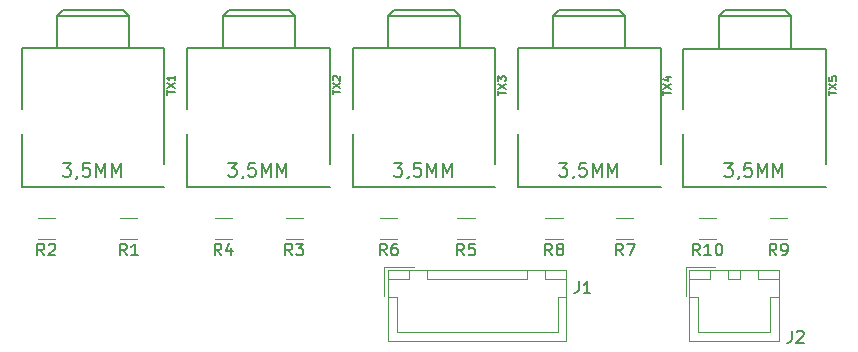
<source format=gbr>
%TF.GenerationSoftware,KiCad,Pcbnew,7.0.1-1.fc37*%
%TF.CreationDate,2023-03-22T20:46:38-05:00*%
%TF.ProjectId,midi_tx_board,6d696469-5f74-4785-9f62-6f6172642e6b,rev?*%
%TF.SameCoordinates,Original*%
%TF.FileFunction,Legend,Top*%
%TF.FilePolarity,Positive*%
%FSLAX46Y46*%
G04 Gerber Fmt 4.6, Leading zero omitted, Abs format (unit mm)*
G04 Created by KiCad (PCBNEW 7.0.1-1.fc37) date 2023-03-22 20:46:38*
%MOMM*%
%LPD*%
G01*
G04 APERTURE LIST*
%ADD10C,0.146304*%
%ADD11C,0.127000*%
%ADD12C,0.150000*%
%ADD13C,0.203200*%
%ADD14C,0.120000*%
G04 APERTURE END LIST*
D10*
%TO.C,TX5*%
X196251937Y-26713846D02*
X196251937Y-26332991D01*
X196918433Y-26523418D02*
X196251937Y-26523418D01*
X196251937Y-26174302D02*
X196918433Y-25729971D01*
X196251937Y-25729971D02*
X196918433Y-26174302D01*
X196251937Y-25158689D02*
X196251937Y-25476068D01*
X196251937Y-25476068D02*
X196569316Y-25507806D01*
X196569316Y-25507806D02*
X196537579Y-25476068D01*
X196537579Y-25476068D02*
X196505841Y-25412592D01*
X196505841Y-25412592D02*
X196505841Y-25253903D01*
X196505841Y-25253903D02*
X196537579Y-25190427D01*
X196537579Y-25190427D02*
X196569316Y-25158689D01*
X196569316Y-25158689D02*
X196632792Y-25126951D01*
X196632792Y-25126951D02*
X196791482Y-25126951D01*
X196791482Y-25126951D02*
X196854958Y-25158689D01*
X196854958Y-25158689D02*
X196886696Y-25190427D01*
X196886696Y-25190427D02*
X196918433Y-25253903D01*
X196918433Y-25253903D02*
X196918433Y-25412592D01*
X196918433Y-25412592D02*
X196886696Y-25476068D01*
X196886696Y-25476068D02*
X196854958Y-25507806D01*
D11*
X187432285Y-32485118D02*
X188139857Y-32485118D01*
X188139857Y-32485118D02*
X187758857Y-32920547D01*
X187758857Y-32920547D02*
X187922142Y-32920547D01*
X187922142Y-32920547D02*
X188031000Y-32974975D01*
X188031000Y-32974975D02*
X188085428Y-33029404D01*
X188085428Y-33029404D02*
X188139857Y-33138261D01*
X188139857Y-33138261D02*
X188139857Y-33410404D01*
X188139857Y-33410404D02*
X188085428Y-33519261D01*
X188085428Y-33519261D02*
X188031000Y-33573690D01*
X188031000Y-33573690D02*
X187922142Y-33628118D01*
X187922142Y-33628118D02*
X187595571Y-33628118D01*
X187595571Y-33628118D02*
X187486714Y-33573690D01*
X187486714Y-33573690D02*
X187432285Y-33519261D01*
X188684142Y-33573690D02*
X188684142Y-33628118D01*
X188684142Y-33628118D02*
X188629713Y-33736975D01*
X188629713Y-33736975D02*
X188575285Y-33791404D01*
X189718285Y-32485118D02*
X189173999Y-32485118D01*
X189173999Y-32485118D02*
X189119571Y-33029404D01*
X189119571Y-33029404D02*
X189173999Y-32974975D01*
X189173999Y-32974975D02*
X189282857Y-32920547D01*
X189282857Y-32920547D02*
X189554999Y-32920547D01*
X189554999Y-32920547D02*
X189663857Y-32974975D01*
X189663857Y-32974975D02*
X189718285Y-33029404D01*
X189718285Y-33029404D02*
X189772714Y-33138261D01*
X189772714Y-33138261D02*
X189772714Y-33410404D01*
X189772714Y-33410404D02*
X189718285Y-33519261D01*
X189718285Y-33519261D02*
X189663857Y-33573690D01*
X189663857Y-33573690D02*
X189554999Y-33628118D01*
X189554999Y-33628118D02*
X189282857Y-33628118D01*
X189282857Y-33628118D02*
X189173999Y-33573690D01*
X189173999Y-33573690D02*
X189119571Y-33519261D01*
X190262570Y-33628118D02*
X190262570Y-32485118D01*
X190262570Y-32485118D02*
X190643570Y-33301547D01*
X190643570Y-33301547D02*
X191024570Y-32485118D01*
X191024570Y-32485118D02*
X191024570Y-33628118D01*
X191568856Y-33628118D02*
X191568856Y-32485118D01*
X191568856Y-32485118D02*
X191949856Y-33301547D01*
X191949856Y-33301547D02*
X192330856Y-32485118D01*
X192330856Y-32485118D02*
X192330856Y-33628118D01*
D10*
%TO.C,TX4*%
X182251937Y-26713846D02*
X182251937Y-26332991D01*
X182918433Y-26523418D02*
X182251937Y-26523418D01*
X182251937Y-26174302D02*
X182918433Y-25729971D01*
X182251937Y-25729971D02*
X182918433Y-26174302D01*
X182474103Y-25190427D02*
X182918433Y-25190427D01*
X182220200Y-25349116D02*
X182696268Y-25507806D01*
X182696268Y-25507806D02*
X182696268Y-25095213D01*
D11*
X173432285Y-32463295D02*
X174139857Y-32463295D01*
X174139857Y-32463295D02*
X173758857Y-32898724D01*
X173758857Y-32898724D02*
X173922142Y-32898724D01*
X173922142Y-32898724D02*
X174031000Y-32953152D01*
X174031000Y-32953152D02*
X174085428Y-33007581D01*
X174085428Y-33007581D02*
X174139857Y-33116438D01*
X174139857Y-33116438D02*
X174139857Y-33388581D01*
X174139857Y-33388581D02*
X174085428Y-33497438D01*
X174085428Y-33497438D02*
X174031000Y-33551867D01*
X174031000Y-33551867D02*
X173922142Y-33606295D01*
X173922142Y-33606295D02*
X173595571Y-33606295D01*
X173595571Y-33606295D02*
X173486714Y-33551867D01*
X173486714Y-33551867D02*
X173432285Y-33497438D01*
X174684142Y-33551867D02*
X174684142Y-33606295D01*
X174684142Y-33606295D02*
X174629713Y-33715152D01*
X174629713Y-33715152D02*
X174575285Y-33769581D01*
X175718285Y-32463295D02*
X175173999Y-32463295D01*
X175173999Y-32463295D02*
X175119571Y-33007581D01*
X175119571Y-33007581D02*
X175173999Y-32953152D01*
X175173999Y-32953152D02*
X175282857Y-32898724D01*
X175282857Y-32898724D02*
X175554999Y-32898724D01*
X175554999Y-32898724D02*
X175663857Y-32953152D01*
X175663857Y-32953152D02*
X175718285Y-33007581D01*
X175718285Y-33007581D02*
X175772714Y-33116438D01*
X175772714Y-33116438D02*
X175772714Y-33388581D01*
X175772714Y-33388581D02*
X175718285Y-33497438D01*
X175718285Y-33497438D02*
X175663857Y-33551867D01*
X175663857Y-33551867D02*
X175554999Y-33606295D01*
X175554999Y-33606295D02*
X175282857Y-33606295D01*
X175282857Y-33606295D02*
X175173999Y-33551867D01*
X175173999Y-33551867D02*
X175119571Y-33497438D01*
X176262570Y-33606295D02*
X176262570Y-32463295D01*
X176262570Y-32463295D02*
X176643570Y-33279724D01*
X176643570Y-33279724D02*
X177024570Y-32463295D01*
X177024570Y-32463295D02*
X177024570Y-33606295D01*
X177568856Y-33606295D02*
X177568856Y-32463295D01*
X177568856Y-32463295D02*
X177949856Y-33279724D01*
X177949856Y-33279724D02*
X178330856Y-32463295D01*
X178330856Y-32463295D02*
X178330856Y-33606295D01*
D10*
%TO.C,TX3*%
X168251937Y-26713846D02*
X168251937Y-26332991D01*
X168918433Y-26523418D02*
X168251937Y-26523418D01*
X168251937Y-26174302D02*
X168918433Y-25729971D01*
X168251937Y-25729971D02*
X168918433Y-26174302D01*
X168251937Y-25539544D02*
X168251937Y-25126951D01*
X168251937Y-25126951D02*
X168505841Y-25349116D01*
X168505841Y-25349116D02*
X168505841Y-25253903D01*
X168505841Y-25253903D02*
X168537579Y-25190427D01*
X168537579Y-25190427D02*
X168569316Y-25158689D01*
X168569316Y-25158689D02*
X168632792Y-25126951D01*
X168632792Y-25126951D02*
X168791482Y-25126951D01*
X168791482Y-25126951D02*
X168854958Y-25158689D01*
X168854958Y-25158689D02*
X168886696Y-25190427D01*
X168886696Y-25190427D02*
X168918433Y-25253903D01*
X168918433Y-25253903D02*
X168918433Y-25444330D01*
X168918433Y-25444330D02*
X168886696Y-25507806D01*
X168886696Y-25507806D02*
X168854958Y-25539544D01*
D11*
X159432285Y-32463295D02*
X160139857Y-32463295D01*
X160139857Y-32463295D02*
X159758857Y-32898724D01*
X159758857Y-32898724D02*
X159922142Y-32898724D01*
X159922142Y-32898724D02*
X160031000Y-32953152D01*
X160031000Y-32953152D02*
X160085428Y-33007581D01*
X160085428Y-33007581D02*
X160139857Y-33116438D01*
X160139857Y-33116438D02*
X160139857Y-33388581D01*
X160139857Y-33388581D02*
X160085428Y-33497438D01*
X160085428Y-33497438D02*
X160031000Y-33551867D01*
X160031000Y-33551867D02*
X159922142Y-33606295D01*
X159922142Y-33606295D02*
X159595571Y-33606295D01*
X159595571Y-33606295D02*
X159486714Y-33551867D01*
X159486714Y-33551867D02*
X159432285Y-33497438D01*
X160684142Y-33551867D02*
X160684142Y-33606295D01*
X160684142Y-33606295D02*
X160629713Y-33715152D01*
X160629713Y-33715152D02*
X160575285Y-33769581D01*
X161718285Y-32463295D02*
X161173999Y-32463295D01*
X161173999Y-32463295D02*
X161119571Y-33007581D01*
X161119571Y-33007581D02*
X161173999Y-32953152D01*
X161173999Y-32953152D02*
X161282857Y-32898724D01*
X161282857Y-32898724D02*
X161554999Y-32898724D01*
X161554999Y-32898724D02*
X161663857Y-32953152D01*
X161663857Y-32953152D02*
X161718285Y-33007581D01*
X161718285Y-33007581D02*
X161772714Y-33116438D01*
X161772714Y-33116438D02*
X161772714Y-33388581D01*
X161772714Y-33388581D02*
X161718285Y-33497438D01*
X161718285Y-33497438D02*
X161663857Y-33551867D01*
X161663857Y-33551867D02*
X161554999Y-33606295D01*
X161554999Y-33606295D02*
X161282857Y-33606295D01*
X161282857Y-33606295D02*
X161173999Y-33551867D01*
X161173999Y-33551867D02*
X161119571Y-33497438D01*
X162262570Y-33606295D02*
X162262570Y-32463295D01*
X162262570Y-32463295D02*
X162643570Y-33279724D01*
X162643570Y-33279724D02*
X163024570Y-32463295D01*
X163024570Y-32463295D02*
X163024570Y-33606295D01*
X163568856Y-33606295D02*
X163568856Y-32463295D01*
X163568856Y-32463295D02*
X163949856Y-33279724D01*
X163949856Y-33279724D02*
X164330856Y-32463295D01*
X164330856Y-32463295D02*
X164330856Y-33606295D01*
D10*
%TO.C,TX2*%
X154251937Y-26655023D02*
X154251937Y-26274168D01*
X154918433Y-26464595D02*
X154251937Y-26464595D01*
X154251937Y-26115479D02*
X154918433Y-25671148D01*
X154251937Y-25671148D02*
X154918433Y-26115479D01*
X154315413Y-25448983D02*
X154283675Y-25417245D01*
X154283675Y-25417245D02*
X154251937Y-25353769D01*
X154251937Y-25353769D02*
X154251937Y-25195080D01*
X154251937Y-25195080D02*
X154283675Y-25131604D01*
X154283675Y-25131604D02*
X154315413Y-25099866D01*
X154315413Y-25099866D02*
X154378889Y-25068128D01*
X154378889Y-25068128D02*
X154442365Y-25068128D01*
X154442365Y-25068128D02*
X154537579Y-25099866D01*
X154537579Y-25099866D02*
X154918433Y-25480721D01*
X154918433Y-25480721D02*
X154918433Y-25068128D01*
D11*
X145432285Y-32463295D02*
X146139857Y-32463295D01*
X146139857Y-32463295D02*
X145758857Y-32898724D01*
X145758857Y-32898724D02*
X145922142Y-32898724D01*
X145922142Y-32898724D02*
X146031000Y-32953152D01*
X146031000Y-32953152D02*
X146085428Y-33007581D01*
X146085428Y-33007581D02*
X146139857Y-33116438D01*
X146139857Y-33116438D02*
X146139857Y-33388581D01*
X146139857Y-33388581D02*
X146085428Y-33497438D01*
X146085428Y-33497438D02*
X146031000Y-33551867D01*
X146031000Y-33551867D02*
X145922142Y-33606295D01*
X145922142Y-33606295D02*
X145595571Y-33606295D01*
X145595571Y-33606295D02*
X145486714Y-33551867D01*
X145486714Y-33551867D02*
X145432285Y-33497438D01*
X146684142Y-33551867D02*
X146684142Y-33606295D01*
X146684142Y-33606295D02*
X146629713Y-33715152D01*
X146629713Y-33715152D02*
X146575285Y-33769581D01*
X147718285Y-32463295D02*
X147173999Y-32463295D01*
X147173999Y-32463295D02*
X147119571Y-33007581D01*
X147119571Y-33007581D02*
X147173999Y-32953152D01*
X147173999Y-32953152D02*
X147282857Y-32898724D01*
X147282857Y-32898724D02*
X147554999Y-32898724D01*
X147554999Y-32898724D02*
X147663857Y-32953152D01*
X147663857Y-32953152D02*
X147718285Y-33007581D01*
X147718285Y-33007581D02*
X147772714Y-33116438D01*
X147772714Y-33116438D02*
X147772714Y-33388581D01*
X147772714Y-33388581D02*
X147718285Y-33497438D01*
X147718285Y-33497438D02*
X147663857Y-33551867D01*
X147663857Y-33551867D02*
X147554999Y-33606295D01*
X147554999Y-33606295D02*
X147282857Y-33606295D01*
X147282857Y-33606295D02*
X147173999Y-33551867D01*
X147173999Y-33551867D02*
X147119571Y-33497438D01*
X148262570Y-33606295D02*
X148262570Y-32463295D01*
X148262570Y-32463295D02*
X148643570Y-33279724D01*
X148643570Y-33279724D02*
X149024570Y-32463295D01*
X149024570Y-32463295D02*
X149024570Y-33606295D01*
X149568856Y-33606295D02*
X149568856Y-32463295D01*
X149568856Y-32463295D02*
X149949856Y-33279724D01*
X149949856Y-33279724D02*
X150330856Y-32463295D01*
X150330856Y-32463295D02*
X150330856Y-33606295D01*
D10*
%TO.C,TX1*%
X140251937Y-26666491D02*
X140251937Y-26285636D01*
X140918433Y-26476063D02*
X140251937Y-26476063D01*
X140251937Y-26126947D02*
X140918433Y-25682616D01*
X140251937Y-25682616D02*
X140918433Y-26126947D01*
X140918433Y-25079596D02*
X140918433Y-25460451D01*
X140918433Y-25270023D02*
X140251937Y-25270023D01*
X140251937Y-25270023D02*
X140347151Y-25333499D01*
X140347151Y-25333499D02*
X140410627Y-25396975D01*
X140410627Y-25396975D02*
X140442365Y-25460451D01*
D11*
X131402546Y-32474763D02*
X132110118Y-32474763D01*
X132110118Y-32474763D02*
X131729118Y-32910192D01*
X131729118Y-32910192D02*
X131892403Y-32910192D01*
X131892403Y-32910192D02*
X132001261Y-32964620D01*
X132001261Y-32964620D02*
X132055689Y-33019049D01*
X132055689Y-33019049D02*
X132110118Y-33127906D01*
X132110118Y-33127906D02*
X132110118Y-33400049D01*
X132110118Y-33400049D02*
X132055689Y-33508906D01*
X132055689Y-33508906D02*
X132001261Y-33563335D01*
X132001261Y-33563335D02*
X131892403Y-33617763D01*
X131892403Y-33617763D02*
X131565832Y-33617763D01*
X131565832Y-33617763D02*
X131456975Y-33563335D01*
X131456975Y-33563335D02*
X131402546Y-33508906D01*
X132654403Y-33563335D02*
X132654403Y-33617763D01*
X132654403Y-33617763D02*
X132599974Y-33726620D01*
X132599974Y-33726620D02*
X132545546Y-33781049D01*
X133688546Y-32474763D02*
X133144260Y-32474763D01*
X133144260Y-32474763D02*
X133089832Y-33019049D01*
X133089832Y-33019049D02*
X133144260Y-32964620D01*
X133144260Y-32964620D02*
X133253118Y-32910192D01*
X133253118Y-32910192D02*
X133525260Y-32910192D01*
X133525260Y-32910192D02*
X133634118Y-32964620D01*
X133634118Y-32964620D02*
X133688546Y-33019049D01*
X133688546Y-33019049D02*
X133742975Y-33127906D01*
X133742975Y-33127906D02*
X133742975Y-33400049D01*
X133742975Y-33400049D02*
X133688546Y-33508906D01*
X133688546Y-33508906D02*
X133634118Y-33563335D01*
X133634118Y-33563335D02*
X133525260Y-33617763D01*
X133525260Y-33617763D02*
X133253118Y-33617763D01*
X133253118Y-33617763D02*
X133144260Y-33563335D01*
X133144260Y-33563335D02*
X133089832Y-33508906D01*
X134232831Y-33617763D02*
X134232831Y-32474763D01*
X134232831Y-32474763D02*
X134613831Y-33291192D01*
X134613831Y-33291192D02*
X134994831Y-32474763D01*
X134994831Y-32474763D02*
X134994831Y-33617763D01*
X135539117Y-33617763D02*
X135539117Y-32474763D01*
X135539117Y-32474763D02*
X135920117Y-33291192D01*
X135920117Y-33291192D02*
X136301117Y-32474763D01*
X136301117Y-32474763D02*
X136301117Y-33617763D01*
D12*
%TO.C,R10*%
X185357142Y-40282619D02*
X185023809Y-39806428D01*
X184785714Y-40282619D02*
X184785714Y-39282619D01*
X184785714Y-39282619D02*
X185166666Y-39282619D01*
X185166666Y-39282619D02*
X185261904Y-39330238D01*
X185261904Y-39330238D02*
X185309523Y-39377857D01*
X185309523Y-39377857D02*
X185357142Y-39473095D01*
X185357142Y-39473095D02*
X185357142Y-39615952D01*
X185357142Y-39615952D02*
X185309523Y-39711190D01*
X185309523Y-39711190D02*
X185261904Y-39758809D01*
X185261904Y-39758809D02*
X185166666Y-39806428D01*
X185166666Y-39806428D02*
X184785714Y-39806428D01*
X186309523Y-40282619D02*
X185738095Y-40282619D01*
X186023809Y-40282619D02*
X186023809Y-39282619D01*
X186023809Y-39282619D02*
X185928571Y-39425476D01*
X185928571Y-39425476D02*
X185833333Y-39520714D01*
X185833333Y-39520714D02*
X185738095Y-39568333D01*
X186928571Y-39282619D02*
X187023809Y-39282619D01*
X187023809Y-39282619D02*
X187119047Y-39330238D01*
X187119047Y-39330238D02*
X187166666Y-39377857D01*
X187166666Y-39377857D02*
X187214285Y-39473095D01*
X187214285Y-39473095D02*
X187261904Y-39663571D01*
X187261904Y-39663571D02*
X187261904Y-39901666D01*
X187261904Y-39901666D02*
X187214285Y-40092142D01*
X187214285Y-40092142D02*
X187166666Y-40187380D01*
X187166666Y-40187380D02*
X187119047Y-40235000D01*
X187119047Y-40235000D02*
X187023809Y-40282619D01*
X187023809Y-40282619D02*
X186928571Y-40282619D01*
X186928571Y-40282619D02*
X186833333Y-40235000D01*
X186833333Y-40235000D02*
X186785714Y-40187380D01*
X186785714Y-40187380D02*
X186738095Y-40092142D01*
X186738095Y-40092142D02*
X186690476Y-39901666D01*
X186690476Y-39901666D02*
X186690476Y-39663571D01*
X186690476Y-39663571D02*
X186738095Y-39473095D01*
X186738095Y-39473095D02*
X186785714Y-39377857D01*
X186785714Y-39377857D02*
X186833333Y-39330238D01*
X186833333Y-39330238D02*
X186928571Y-39282619D01*
%TO.C,R9*%
X191833333Y-40282619D02*
X191500000Y-39806428D01*
X191261905Y-40282619D02*
X191261905Y-39282619D01*
X191261905Y-39282619D02*
X191642857Y-39282619D01*
X191642857Y-39282619D02*
X191738095Y-39330238D01*
X191738095Y-39330238D02*
X191785714Y-39377857D01*
X191785714Y-39377857D02*
X191833333Y-39473095D01*
X191833333Y-39473095D02*
X191833333Y-39615952D01*
X191833333Y-39615952D02*
X191785714Y-39711190D01*
X191785714Y-39711190D02*
X191738095Y-39758809D01*
X191738095Y-39758809D02*
X191642857Y-39806428D01*
X191642857Y-39806428D02*
X191261905Y-39806428D01*
X192309524Y-40282619D02*
X192500000Y-40282619D01*
X192500000Y-40282619D02*
X192595238Y-40235000D01*
X192595238Y-40235000D02*
X192642857Y-40187380D01*
X192642857Y-40187380D02*
X192738095Y-40044523D01*
X192738095Y-40044523D02*
X192785714Y-39854047D01*
X192785714Y-39854047D02*
X192785714Y-39473095D01*
X192785714Y-39473095D02*
X192738095Y-39377857D01*
X192738095Y-39377857D02*
X192690476Y-39330238D01*
X192690476Y-39330238D02*
X192595238Y-39282619D01*
X192595238Y-39282619D02*
X192404762Y-39282619D01*
X192404762Y-39282619D02*
X192309524Y-39330238D01*
X192309524Y-39330238D02*
X192261905Y-39377857D01*
X192261905Y-39377857D02*
X192214286Y-39473095D01*
X192214286Y-39473095D02*
X192214286Y-39711190D01*
X192214286Y-39711190D02*
X192261905Y-39806428D01*
X192261905Y-39806428D02*
X192309524Y-39854047D01*
X192309524Y-39854047D02*
X192404762Y-39901666D01*
X192404762Y-39901666D02*
X192595238Y-39901666D01*
X192595238Y-39901666D02*
X192690476Y-39854047D01*
X192690476Y-39854047D02*
X192738095Y-39806428D01*
X192738095Y-39806428D02*
X192785714Y-39711190D01*
%TO.C,R8*%
X172833333Y-40282619D02*
X172500000Y-39806428D01*
X172261905Y-40282619D02*
X172261905Y-39282619D01*
X172261905Y-39282619D02*
X172642857Y-39282619D01*
X172642857Y-39282619D02*
X172738095Y-39330238D01*
X172738095Y-39330238D02*
X172785714Y-39377857D01*
X172785714Y-39377857D02*
X172833333Y-39473095D01*
X172833333Y-39473095D02*
X172833333Y-39615952D01*
X172833333Y-39615952D02*
X172785714Y-39711190D01*
X172785714Y-39711190D02*
X172738095Y-39758809D01*
X172738095Y-39758809D02*
X172642857Y-39806428D01*
X172642857Y-39806428D02*
X172261905Y-39806428D01*
X173404762Y-39711190D02*
X173309524Y-39663571D01*
X173309524Y-39663571D02*
X173261905Y-39615952D01*
X173261905Y-39615952D02*
X173214286Y-39520714D01*
X173214286Y-39520714D02*
X173214286Y-39473095D01*
X173214286Y-39473095D02*
X173261905Y-39377857D01*
X173261905Y-39377857D02*
X173309524Y-39330238D01*
X173309524Y-39330238D02*
X173404762Y-39282619D01*
X173404762Y-39282619D02*
X173595238Y-39282619D01*
X173595238Y-39282619D02*
X173690476Y-39330238D01*
X173690476Y-39330238D02*
X173738095Y-39377857D01*
X173738095Y-39377857D02*
X173785714Y-39473095D01*
X173785714Y-39473095D02*
X173785714Y-39520714D01*
X173785714Y-39520714D02*
X173738095Y-39615952D01*
X173738095Y-39615952D02*
X173690476Y-39663571D01*
X173690476Y-39663571D02*
X173595238Y-39711190D01*
X173595238Y-39711190D02*
X173404762Y-39711190D01*
X173404762Y-39711190D02*
X173309524Y-39758809D01*
X173309524Y-39758809D02*
X173261905Y-39806428D01*
X173261905Y-39806428D02*
X173214286Y-39901666D01*
X173214286Y-39901666D02*
X173214286Y-40092142D01*
X173214286Y-40092142D02*
X173261905Y-40187380D01*
X173261905Y-40187380D02*
X173309524Y-40235000D01*
X173309524Y-40235000D02*
X173404762Y-40282619D01*
X173404762Y-40282619D02*
X173595238Y-40282619D01*
X173595238Y-40282619D02*
X173690476Y-40235000D01*
X173690476Y-40235000D02*
X173738095Y-40187380D01*
X173738095Y-40187380D02*
X173785714Y-40092142D01*
X173785714Y-40092142D02*
X173785714Y-39901666D01*
X173785714Y-39901666D02*
X173738095Y-39806428D01*
X173738095Y-39806428D02*
X173690476Y-39758809D01*
X173690476Y-39758809D02*
X173595238Y-39711190D01*
%TO.C,R7*%
X178833333Y-40282619D02*
X178500000Y-39806428D01*
X178261905Y-40282619D02*
X178261905Y-39282619D01*
X178261905Y-39282619D02*
X178642857Y-39282619D01*
X178642857Y-39282619D02*
X178738095Y-39330238D01*
X178738095Y-39330238D02*
X178785714Y-39377857D01*
X178785714Y-39377857D02*
X178833333Y-39473095D01*
X178833333Y-39473095D02*
X178833333Y-39615952D01*
X178833333Y-39615952D02*
X178785714Y-39711190D01*
X178785714Y-39711190D02*
X178738095Y-39758809D01*
X178738095Y-39758809D02*
X178642857Y-39806428D01*
X178642857Y-39806428D02*
X178261905Y-39806428D01*
X179166667Y-39282619D02*
X179833333Y-39282619D01*
X179833333Y-39282619D02*
X179404762Y-40282619D01*
%TO.C,R6*%
X158833333Y-40282619D02*
X158500000Y-39806428D01*
X158261905Y-40282619D02*
X158261905Y-39282619D01*
X158261905Y-39282619D02*
X158642857Y-39282619D01*
X158642857Y-39282619D02*
X158738095Y-39330238D01*
X158738095Y-39330238D02*
X158785714Y-39377857D01*
X158785714Y-39377857D02*
X158833333Y-39473095D01*
X158833333Y-39473095D02*
X158833333Y-39615952D01*
X158833333Y-39615952D02*
X158785714Y-39711190D01*
X158785714Y-39711190D02*
X158738095Y-39758809D01*
X158738095Y-39758809D02*
X158642857Y-39806428D01*
X158642857Y-39806428D02*
X158261905Y-39806428D01*
X159690476Y-39282619D02*
X159500000Y-39282619D01*
X159500000Y-39282619D02*
X159404762Y-39330238D01*
X159404762Y-39330238D02*
X159357143Y-39377857D01*
X159357143Y-39377857D02*
X159261905Y-39520714D01*
X159261905Y-39520714D02*
X159214286Y-39711190D01*
X159214286Y-39711190D02*
X159214286Y-40092142D01*
X159214286Y-40092142D02*
X159261905Y-40187380D01*
X159261905Y-40187380D02*
X159309524Y-40235000D01*
X159309524Y-40235000D02*
X159404762Y-40282619D01*
X159404762Y-40282619D02*
X159595238Y-40282619D01*
X159595238Y-40282619D02*
X159690476Y-40235000D01*
X159690476Y-40235000D02*
X159738095Y-40187380D01*
X159738095Y-40187380D02*
X159785714Y-40092142D01*
X159785714Y-40092142D02*
X159785714Y-39854047D01*
X159785714Y-39854047D02*
X159738095Y-39758809D01*
X159738095Y-39758809D02*
X159690476Y-39711190D01*
X159690476Y-39711190D02*
X159595238Y-39663571D01*
X159595238Y-39663571D02*
X159404762Y-39663571D01*
X159404762Y-39663571D02*
X159309524Y-39711190D01*
X159309524Y-39711190D02*
X159261905Y-39758809D01*
X159261905Y-39758809D02*
X159214286Y-39854047D01*
%TO.C,R5*%
X165383333Y-40282619D02*
X165050000Y-39806428D01*
X164811905Y-40282619D02*
X164811905Y-39282619D01*
X164811905Y-39282619D02*
X165192857Y-39282619D01*
X165192857Y-39282619D02*
X165288095Y-39330238D01*
X165288095Y-39330238D02*
X165335714Y-39377857D01*
X165335714Y-39377857D02*
X165383333Y-39473095D01*
X165383333Y-39473095D02*
X165383333Y-39615952D01*
X165383333Y-39615952D02*
X165335714Y-39711190D01*
X165335714Y-39711190D02*
X165288095Y-39758809D01*
X165288095Y-39758809D02*
X165192857Y-39806428D01*
X165192857Y-39806428D02*
X164811905Y-39806428D01*
X166288095Y-39282619D02*
X165811905Y-39282619D01*
X165811905Y-39282619D02*
X165764286Y-39758809D01*
X165764286Y-39758809D02*
X165811905Y-39711190D01*
X165811905Y-39711190D02*
X165907143Y-39663571D01*
X165907143Y-39663571D02*
X166145238Y-39663571D01*
X166145238Y-39663571D02*
X166240476Y-39711190D01*
X166240476Y-39711190D02*
X166288095Y-39758809D01*
X166288095Y-39758809D02*
X166335714Y-39854047D01*
X166335714Y-39854047D02*
X166335714Y-40092142D01*
X166335714Y-40092142D02*
X166288095Y-40187380D01*
X166288095Y-40187380D02*
X166240476Y-40235000D01*
X166240476Y-40235000D02*
X166145238Y-40282619D01*
X166145238Y-40282619D02*
X165907143Y-40282619D01*
X165907143Y-40282619D02*
X165811905Y-40235000D01*
X165811905Y-40235000D02*
X165764286Y-40187380D01*
%TO.C,R4*%
X144833333Y-40282619D02*
X144500000Y-39806428D01*
X144261905Y-40282619D02*
X144261905Y-39282619D01*
X144261905Y-39282619D02*
X144642857Y-39282619D01*
X144642857Y-39282619D02*
X144738095Y-39330238D01*
X144738095Y-39330238D02*
X144785714Y-39377857D01*
X144785714Y-39377857D02*
X144833333Y-39473095D01*
X144833333Y-39473095D02*
X144833333Y-39615952D01*
X144833333Y-39615952D02*
X144785714Y-39711190D01*
X144785714Y-39711190D02*
X144738095Y-39758809D01*
X144738095Y-39758809D02*
X144642857Y-39806428D01*
X144642857Y-39806428D02*
X144261905Y-39806428D01*
X145690476Y-39615952D02*
X145690476Y-40282619D01*
X145452381Y-39235000D02*
X145214286Y-39949285D01*
X145214286Y-39949285D02*
X145833333Y-39949285D01*
%TO.C,R3*%
X150833333Y-40282619D02*
X150500000Y-39806428D01*
X150261905Y-40282619D02*
X150261905Y-39282619D01*
X150261905Y-39282619D02*
X150642857Y-39282619D01*
X150642857Y-39282619D02*
X150738095Y-39330238D01*
X150738095Y-39330238D02*
X150785714Y-39377857D01*
X150785714Y-39377857D02*
X150833333Y-39473095D01*
X150833333Y-39473095D02*
X150833333Y-39615952D01*
X150833333Y-39615952D02*
X150785714Y-39711190D01*
X150785714Y-39711190D02*
X150738095Y-39758809D01*
X150738095Y-39758809D02*
X150642857Y-39806428D01*
X150642857Y-39806428D02*
X150261905Y-39806428D01*
X151166667Y-39282619D02*
X151785714Y-39282619D01*
X151785714Y-39282619D02*
X151452381Y-39663571D01*
X151452381Y-39663571D02*
X151595238Y-39663571D01*
X151595238Y-39663571D02*
X151690476Y-39711190D01*
X151690476Y-39711190D02*
X151738095Y-39758809D01*
X151738095Y-39758809D02*
X151785714Y-39854047D01*
X151785714Y-39854047D02*
X151785714Y-40092142D01*
X151785714Y-40092142D02*
X151738095Y-40187380D01*
X151738095Y-40187380D02*
X151690476Y-40235000D01*
X151690476Y-40235000D02*
X151595238Y-40282619D01*
X151595238Y-40282619D02*
X151309524Y-40282619D01*
X151309524Y-40282619D02*
X151214286Y-40235000D01*
X151214286Y-40235000D02*
X151166667Y-40187380D01*
%TO.C,R2*%
X129833333Y-40282619D02*
X129500000Y-39806428D01*
X129261905Y-40282619D02*
X129261905Y-39282619D01*
X129261905Y-39282619D02*
X129642857Y-39282619D01*
X129642857Y-39282619D02*
X129738095Y-39330238D01*
X129738095Y-39330238D02*
X129785714Y-39377857D01*
X129785714Y-39377857D02*
X129833333Y-39473095D01*
X129833333Y-39473095D02*
X129833333Y-39615952D01*
X129833333Y-39615952D02*
X129785714Y-39711190D01*
X129785714Y-39711190D02*
X129738095Y-39758809D01*
X129738095Y-39758809D02*
X129642857Y-39806428D01*
X129642857Y-39806428D02*
X129261905Y-39806428D01*
X130214286Y-39377857D02*
X130261905Y-39330238D01*
X130261905Y-39330238D02*
X130357143Y-39282619D01*
X130357143Y-39282619D02*
X130595238Y-39282619D01*
X130595238Y-39282619D02*
X130690476Y-39330238D01*
X130690476Y-39330238D02*
X130738095Y-39377857D01*
X130738095Y-39377857D02*
X130785714Y-39473095D01*
X130785714Y-39473095D02*
X130785714Y-39568333D01*
X130785714Y-39568333D02*
X130738095Y-39711190D01*
X130738095Y-39711190D02*
X130166667Y-40282619D01*
X130166667Y-40282619D02*
X130785714Y-40282619D01*
%TO.C,R1*%
X136833333Y-40282619D02*
X136500000Y-39806428D01*
X136261905Y-40282619D02*
X136261905Y-39282619D01*
X136261905Y-39282619D02*
X136642857Y-39282619D01*
X136642857Y-39282619D02*
X136738095Y-39330238D01*
X136738095Y-39330238D02*
X136785714Y-39377857D01*
X136785714Y-39377857D02*
X136833333Y-39473095D01*
X136833333Y-39473095D02*
X136833333Y-39615952D01*
X136833333Y-39615952D02*
X136785714Y-39711190D01*
X136785714Y-39711190D02*
X136738095Y-39758809D01*
X136738095Y-39758809D02*
X136642857Y-39806428D01*
X136642857Y-39806428D02*
X136261905Y-39806428D01*
X137785714Y-40282619D02*
X137214286Y-40282619D01*
X137500000Y-40282619D02*
X137500000Y-39282619D01*
X137500000Y-39282619D02*
X137404762Y-39425476D01*
X137404762Y-39425476D02*
X137309524Y-39520714D01*
X137309524Y-39520714D02*
X137214286Y-39568333D01*
%TO.C,J2*%
X193132848Y-46677549D02*
X193132848Y-47391834D01*
X193132848Y-47391834D02*
X193085229Y-47534691D01*
X193085229Y-47534691D02*
X192989991Y-47629930D01*
X192989991Y-47629930D02*
X192847134Y-47677549D01*
X192847134Y-47677549D02*
X192751896Y-47677549D01*
X193561420Y-46772787D02*
X193609039Y-46725168D01*
X193609039Y-46725168D02*
X193704277Y-46677549D01*
X193704277Y-46677549D02*
X193942372Y-46677549D01*
X193942372Y-46677549D02*
X194037610Y-46725168D01*
X194037610Y-46725168D02*
X194085229Y-46772787D01*
X194085229Y-46772787D02*
X194132848Y-46868025D01*
X194132848Y-46868025D02*
X194132848Y-46963263D01*
X194132848Y-46963263D02*
X194085229Y-47106120D01*
X194085229Y-47106120D02*
X193513801Y-47677549D01*
X193513801Y-47677549D02*
X194132848Y-47677549D01*
%TO.C,J1*%
X175086809Y-42470220D02*
X175086809Y-43184505D01*
X175086809Y-43184505D02*
X175039190Y-43327362D01*
X175039190Y-43327362D02*
X174943952Y-43422601D01*
X174943952Y-43422601D02*
X174801095Y-43470220D01*
X174801095Y-43470220D02*
X174705857Y-43470220D01*
X176086809Y-43470220D02*
X175515381Y-43470220D01*
X175801095Y-43470220D02*
X175801095Y-42470220D01*
X175801095Y-42470220D02*
X175705857Y-42613077D01*
X175705857Y-42613077D02*
X175610619Y-42708315D01*
X175610619Y-42708315D02*
X175515381Y-42755934D01*
D13*
%TO.C,TX5*%
X196042000Y-34490000D02*
X183958000Y-34490000D01*
X196042000Y-34490000D02*
X196042000Y-34488000D01*
X196042000Y-32583000D02*
X196042000Y-22766000D01*
X183958000Y-30043000D02*
X183958000Y-34490000D01*
X183958000Y-22766000D02*
X183958000Y-27884000D01*
X183958000Y-22766000D02*
X186952000Y-22766000D01*
X186952000Y-22766000D02*
X193048000Y-22766000D01*
X193048000Y-22766000D02*
X196042000Y-22766000D01*
X193048000Y-22766000D02*
X193048000Y-20018000D01*
X186952000Y-20018000D02*
X186952000Y-22766000D01*
X186952000Y-20018000D02*
X193048000Y-20018000D01*
X186952000Y-20018000D02*
X187460000Y-19510000D01*
X193048000Y-20018000D02*
X192540000Y-19510000D01*
X187460000Y-19510000D02*
X192540000Y-19510000D01*
%TO.C,TX4*%
X173460000Y-19488177D02*
X178540000Y-19488177D01*
X179048000Y-19996177D02*
X178540000Y-19488177D01*
X172952000Y-19996177D02*
X173460000Y-19488177D01*
X172952000Y-19996177D02*
X179048000Y-19996177D01*
X172952000Y-19996177D02*
X172952000Y-22744177D01*
X179048000Y-22744177D02*
X179048000Y-19996177D01*
X179048000Y-22744177D02*
X182042000Y-22744177D01*
X172952000Y-22744177D02*
X179048000Y-22744177D01*
X169958000Y-22744177D02*
X172952000Y-22744177D01*
X169958000Y-22744177D02*
X169958000Y-27862177D01*
X169958000Y-30021177D02*
X169958000Y-34468177D01*
X182042000Y-32561177D02*
X182042000Y-22744177D01*
X182042000Y-34468177D02*
X182042000Y-34466177D01*
X182042000Y-34468177D02*
X169958000Y-34468177D01*
%TO.C,TX3*%
X159460000Y-19488177D02*
X164540000Y-19488177D01*
X165048000Y-19996177D02*
X164540000Y-19488177D01*
X158952000Y-19996177D02*
X159460000Y-19488177D01*
X158952000Y-19996177D02*
X165048000Y-19996177D01*
X158952000Y-19996177D02*
X158952000Y-22744177D01*
X165048000Y-22744177D02*
X165048000Y-19996177D01*
X165048000Y-22744177D02*
X168042000Y-22744177D01*
X158952000Y-22744177D02*
X165048000Y-22744177D01*
X155958000Y-22744177D02*
X158952000Y-22744177D01*
X155958000Y-22744177D02*
X155958000Y-27862177D01*
X155958000Y-30021177D02*
X155958000Y-34468177D01*
X168042000Y-32561177D02*
X168042000Y-22744177D01*
X168042000Y-34468177D02*
X168042000Y-34466177D01*
X168042000Y-34468177D02*
X155958000Y-34468177D01*
%TO.C,TX2*%
X154042000Y-34468177D02*
X141958000Y-34468177D01*
X154042000Y-34468177D02*
X154042000Y-34466177D01*
X154042000Y-32561177D02*
X154042000Y-22744177D01*
X141958000Y-30021177D02*
X141958000Y-34468177D01*
X141958000Y-22744177D02*
X141958000Y-27862177D01*
X141958000Y-22744177D02*
X144952000Y-22744177D01*
X144952000Y-22744177D02*
X151048000Y-22744177D01*
X151048000Y-22744177D02*
X154042000Y-22744177D01*
X151048000Y-22744177D02*
X151048000Y-19996177D01*
X144952000Y-19996177D02*
X144952000Y-22744177D01*
X144952000Y-19996177D02*
X151048000Y-19996177D01*
X144952000Y-19996177D02*
X145460000Y-19488177D01*
X151048000Y-19996177D02*
X150540000Y-19488177D01*
X145460000Y-19488177D02*
X150540000Y-19488177D01*
%TO.C,TX1*%
X131430261Y-19499645D02*
X136510261Y-19499645D01*
X137018261Y-20007645D02*
X136510261Y-19499645D01*
X130922261Y-20007645D02*
X131430261Y-19499645D01*
X130922261Y-20007645D02*
X137018261Y-20007645D01*
X130922261Y-20007645D02*
X130922261Y-22755645D01*
X137018261Y-22755645D02*
X137018261Y-20007645D01*
X137018261Y-22755645D02*
X140012261Y-22755645D01*
X130922261Y-22755645D02*
X137018261Y-22755645D01*
X127928261Y-22755645D02*
X130922261Y-22755645D01*
X127928261Y-22755645D02*
X127928261Y-27873645D01*
X127928261Y-30032645D02*
X127928261Y-34479645D01*
X140012261Y-32572645D02*
X140012261Y-22755645D01*
X140012261Y-34479645D02*
X140012261Y-34477645D01*
X140012261Y-34479645D02*
X127928261Y-34479645D01*
D14*
%TO.C,R10*%
X186727064Y-38910000D02*
X185272936Y-38910000D01*
X186727064Y-37090000D02*
X185272936Y-37090000D01*
%TO.C,R9*%
X192727064Y-37090000D02*
X191272936Y-37090000D01*
X192727064Y-38910000D02*
X191272936Y-38910000D01*
%TO.C,R8*%
X173727064Y-38910000D02*
X172272936Y-38910000D01*
X173727064Y-37090000D02*
X172272936Y-37090000D01*
%TO.C,R7*%
X179727064Y-38910000D02*
X178272936Y-38910000D01*
X179727064Y-37090000D02*
X178272936Y-37090000D01*
%TO.C,R6*%
X159727064Y-38910000D02*
X158272936Y-38910000D01*
X159727064Y-37090000D02*
X158272936Y-37090000D01*
%TO.C,R5*%
X166277064Y-38910000D02*
X164822936Y-38910000D01*
X166277064Y-37090000D02*
X164822936Y-37090000D01*
%TO.C,R4*%
X145727064Y-37090000D02*
X144272936Y-37090000D01*
X145727064Y-38910000D02*
X144272936Y-38910000D01*
%TO.C,R3*%
X151727064Y-37090000D02*
X150272936Y-37090000D01*
X151727064Y-38910000D02*
X150272936Y-38910000D01*
%TO.C,R2*%
X130727064Y-38910000D02*
X129272936Y-38910000D01*
X130727064Y-37090000D02*
X129272936Y-37090000D01*
%TO.C,R1*%
X137727064Y-38910000D02*
X136272936Y-38910000D01*
X137727064Y-37090000D02*
X136272936Y-37090000D01*
%TO.C,J2*%
X184150000Y-41250000D02*
X184150000Y-43750000D01*
X184450000Y-41550000D02*
X184450000Y-42300000D01*
X184450000Y-41550000D02*
X184450000Y-47500000D01*
X184450000Y-42300000D02*
X186250000Y-42300000D01*
X184450000Y-43800000D02*
X185200000Y-43800000D01*
X184450000Y-47500000D02*
X192050000Y-47500000D01*
X185200000Y-43800000D02*
X185200000Y-46750000D01*
X185200000Y-46750000D02*
X188250000Y-46750000D01*
X186250000Y-41550000D02*
X184450000Y-41550000D01*
X186250000Y-42300000D02*
X186250000Y-41550000D01*
X186650000Y-41250000D02*
X184150000Y-41250000D01*
X187750000Y-41550000D02*
X187750000Y-42300000D01*
X187750000Y-42300000D02*
X188750000Y-42300000D01*
X188750000Y-41550000D02*
X187750000Y-41550000D01*
X188750000Y-42300000D02*
X188750000Y-41550000D01*
X190250000Y-41550000D02*
X190250000Y-42300000D01*
X190250000Y-42300000D02*
X192050000Y-42300000D01*
X191300000Y-43800000D02*
X191300000Y-46750000D01*
X191300000Y-46750000D02*
X188250000Y-46750000D01*
X192050000Y-41550000D02*
X184450000Y-41550000D01*
X192050000Y-41550000D02*
X190250000Y-41550000D01*
X192050000Y-42300000D02*
X192050000Y-41550000D01*
X192050000Y-43800000D02*
X191300000Y-43800000D01*
X192050000Y-47500000D02*
X192050000Y-41550000D01*
%TO.C,J1*%
X158650000Y-41250000D02*
X158650000Y-43750000D01*
X158950000Y-41550000D02*
X158950000Y-42300000D01*
X158950000Y-41550000D02*
X158950000Y-47500000D01*
X158950000Y-42300000D02*
X160750000Y-42300000D01*
X158950000Y-43800000D02*
X159700000Y-43800000D01*
X158950000Y-47500000D02*
X174050000Y-47500000D01*
X159700000Y-43800000D02*
X159700000Y-46750000D01*
X159700000Y-46750000D02*
X166500000Y-46750000D01*
X160750000Y-41550000D02*
X158950000Y-41550000D01*
X160750000Y-42300000D02*
X160750000Y-41550000D01*
X161150000Y-41250000D02*
X158650000Y-41250000D01*
X162250000Y-41550000D02*
X162250000Y-42300000D01*
X162250000Y-42300000D02*
X170750000Y-42300000D01*
X170750000Y-41550000D02*
X162250000Y-41550000D01*
X170750000Y-42300000D02*
X170750000Y-41550000D01*
X172250000Y-41550000D02*
X172250000Y-42300000D01*
X172250000Y-42300000D02*
X174050000Y-42300000D01*
X173300000Y-43800000D02*
X173300000Y-46750000D01*
X173300000Y-46750000D02*
X166500000Y-46750000D01*
X174050000Y-41550000D02*
X158950000Y-41550000D01*
X174050000Y-41550000D02*
X172250000Y-41550000D01*
X174050000Y-42300000D02*
X174050000Y-41550000D01*
X174050000Y-43800000D02*
X173300000Y-43800000D01*
X174050000Y-47500000D02*
X174050000Y-41550000D01*
%TD*%
M02*

</source>
